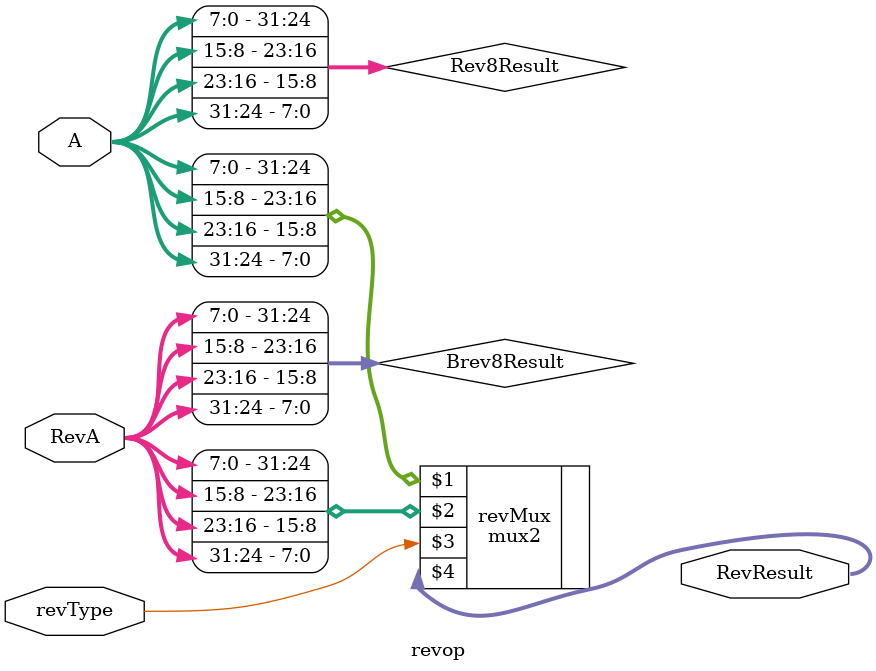
<source format=sv>

module revop #(parameter WIDTH=32) 
   (input  logic [WIDTH-1:0] A,  // Operands
    input logic [WIDTH-1:0]  RevA, // A Reversed
    input logic 	     revType, // rev8 or brev8 (LSB of immediate)
    output logic [WIDTH-1:0] RevResult); // results
   
   logic [WIDTH-1:0] 	     Rev8Result, Brev8Result;
   genvar 		     i;
   
   for (i=0; i<WIDTH; i+=8) begin:loop
      assign Rev8Result[WIDTH-i-1:WIDTH-i-8] = A[i+7:i];
      assign Brev8Result[i+7:i] = RevA[WIDTH-1-i:WIDTH-i-8];
   end
   
  mux2 #(WIDTH) revMux (Rev8Result, Brev8Result, revType, RevResult);
   
endmodule

</source>
